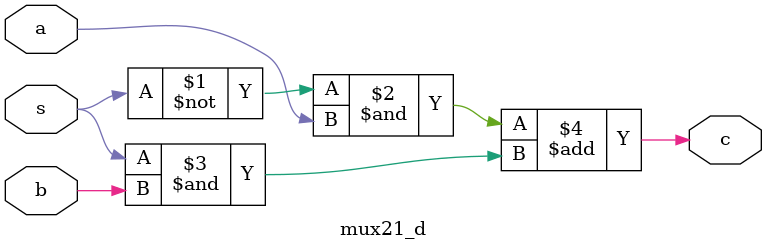
<source format=v>
`timescale 1ns / 1ps


module mux21_d(
    input a,b,
    input s,
    output c
    );
assign c = (~s & a) + (s & b);   
endmodule

</source>
